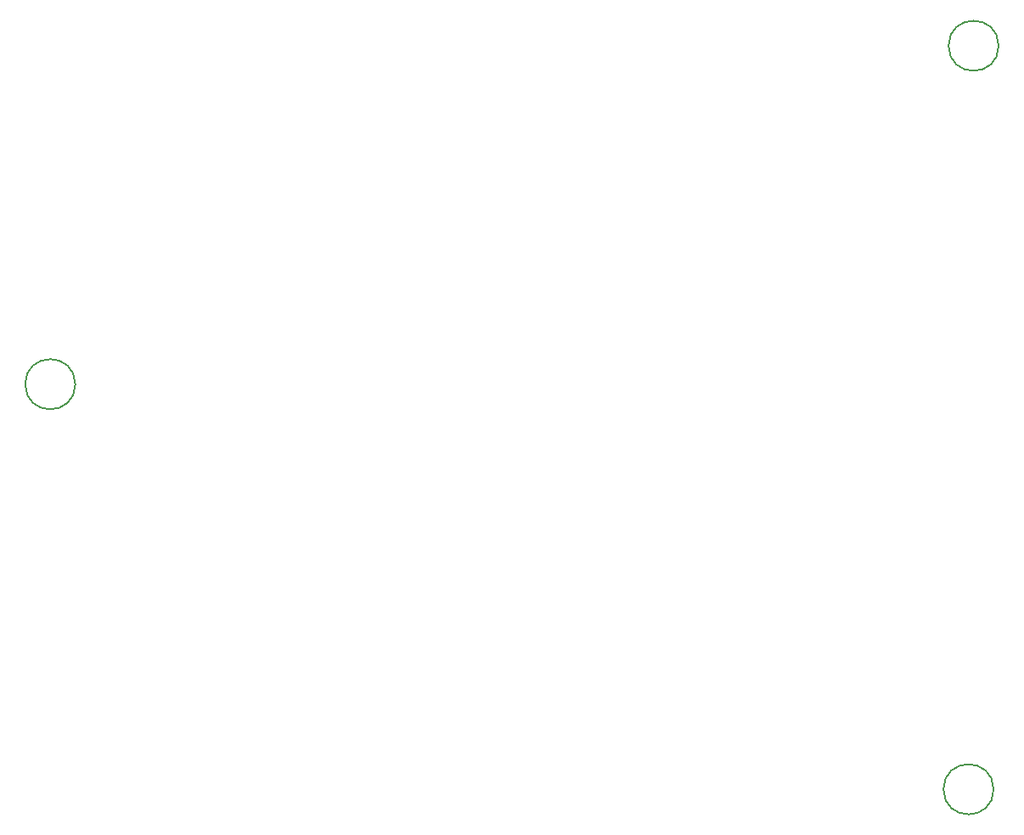
<source format=gbr>
%TF.GenerationSoftware,KiCad,Pcbnew,(6.0.9)*%
%TF.CreationDate,2023-01-27T19:17:15-09:00*%
%TF.ProjectId,EYEBROW WARNING INDICATOR_LEFT,45594542-524f-4572-9057-41524e494e47,rev?*%
%TF.SameCoordinates,Original*%
%TF.FileFunction,Other,Comment*%
%FSLAX46Y46*%
G04 Gerber Fmt 4.6, Leading zero omitted, Abs format (unit mm)*
G04 Created by KiCad (PCBNEW (6.0.9)) date 2023-01-27 19:17:15*
%MOMM*%
%LPD*%
G01*
G04 APERTURE LIST*
%ADD10C,0.150000*%
G04 APERTURE END LIST*
D10*
%TO.C,H3*%
X197698999Y-135118097D02*
G75*
G03*
X197698999Y-135118097I-2500000J0D01*
G01*
%TO.C,H2*%
X198206999Y-60928251D02*
G75*
G03*
X198206999Y-60928251I-2500000J0D01*
G01*
%TO.C,H1*%
X106132000Y-94699611D02*
G75*
G03*
X106132000Y-94699611I-2500000J0D01*
G01*
%TD*%
M02*

</source>
